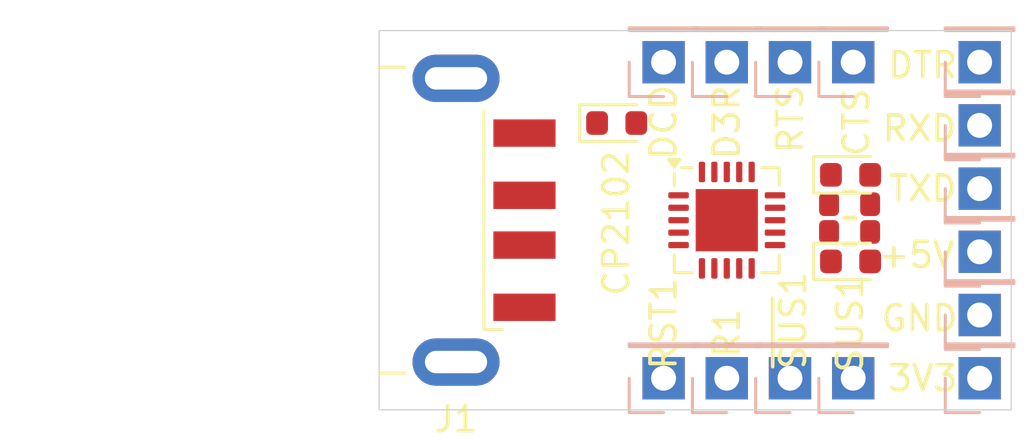
<source format=kicad_pcb>
(kicad_pcb (version 20241229) (generator "pcbnew") (generator_version "9.0")
  (layers (0 "F.Cu" signal) (2 "B.Cu" signal) (13 "F.Paste" user) (15 "B.Paste" user) (5 "F.SilkS" user "F.Silkscreen") (7 "B.SilkS" user "B.Silkscreen") (1 "F.Mask" user) (3 "B.Mask" user) (25 "Edge.Cuts" user))
  (net 0 "")
  (net 12 "Net-(CP2102-GND-Pad12)")
  (footprint "Package_DFN_QFN:QFN-20-1EP_4x4mm_P0.5mm_EP2.5x2.5mm" (layer "F.Cu") (at 64.77 58.42)
    (property "Reference" "CP2102" (at -4.443 0.127 90) (layer "F.SilkS"))
    (property "Value" "CP2102")
    (fp_line (start -2.11 -1.385) (end -2.11 -1.87) (stroke (width 0.12)) (layer "F.SilkS"))
    (fp_line (start -2.11 2.11) (end -2.11 1.385) (stroke (width 0.12)) (layer "F.SilkS"))
    (fp_line (start -1.385 -2.11) (end -1.81 -2.11) (stroke (width 0.12)) (layer "F.SilkS"))
    (fp_line (start -1.385 2.11) (end -2.11 2.11) (stroke (width 0.12)) (layer "F.SilkS"))
    (fp_line (start 1.385 -2.11) (end 2.11 -2.11) (stroke (width 0.12)) (layer "F.SilkS"))
    (fp_line (start 1.385 2.11) (end 2.11 2.11) (stroke (width 0.12)) (layer "F.SilkS"))
    (fp_line (start 2.11 -2.11) (end 2.11 -1.385) (stroke (width 0.12)) (layer "F.SilkS"))
    (fp_line (start 2.11 2.11) (end 2.11 1.385) (stroke (width 0.12)) (layer "F.SilkS"))
    (fp_poly (pts (xy -2.11 -2.11) (xy -2.35 -2.44) (xy -1.87 -2.44)) (stroke (width 0.12)) (fill yes) (layer "F.SilkS"))
    (pad "1" smd roundrect (at -1.9375 -1) (size 0.825 0.25) (layers "F.Cu" "F.Mask" "F.Paste"))
    (pad "2" smd roundrect (at -1.9375 -0.5) (size 0.825 0.25) (layers "F.Cu" "F.Mask" "F.Paste"))
    (pad "3" smd roundrect (at -1.9375 0) (size 0.825 0.25) (layers "F.Cu" "F.Mask" "F.Paste") (net 12 "Net-(CP2102-GND-Pad12)"))
    (pad "4" smd roundrect (at -1.9375 0.5) (size 0.825 0.25) (layers "F.Cu" "F.Mask" "F.Paste"))
    (pad "5" smd roundrect (at -1.9375 1) (size 0.825 0.25) (layers "F.Cu" "F.Mask" "F.Paste"))
    (pad "6" smd roundrect (at -1 1.9375) (size 0.25 0.825) (layers "F.Cu" "F.Mask" "F.Paste"))
    (pad "7" smd roundrect (at -0.5 1.9375) (size 0.25 0.825) (layers "F.Cu" "F.Mask" "F.Paste"))
    (pad "8" smd roundrect (at 0 1.9375) (size 0.25 0.825) (layers "F.Cu" "F.Mask" "F.Paste"))
    (pad "9" smd roundrect (at 0.5 1.9375) (size 0.25 0.825) (layers "F.Cu" "F.Mask" "F.Paste"))
    (pad "10" smd roundrect (at 1 1.9375) (size 0.25 0.825) (layers "F.Cu" "F.Mask" "F.Paste"))
    (pad "11" smd roundrect (at 1.9375 1) (size 0.825 0.25) (layers "F.Cu" "F.Mask" "F.Paste"))
    (pad "12" smd roundrect (at 1.9375 0.5) (size 0.825 0.25) (layers "F.Cu" "F.Mask" "F.Paste") (net 12 "Net-(CP2102-GND-Pad12)"))
    (pad "13" smd roundrect (at 1.9375 0) (size 0.825 0.25) (layers "F.Cu" "F.Mask" "F.Paste"))
    (pad "14" smd roundrect (at 1.9375 -0.5) (size 0.825 0.25) (layers "F.Cu" "F.Mask" "F.Paste"))
    (pad "15" smd roundrect (at 1.9375 -1) (size 0.825 0.25) (layers "F.Cu" "F.Mask" "F.Paste"))
    (pad "16" smd roundrect (at 1 -1.9375) (size 0.25 0.825) (layers "F.Cu" "F.Mask" "F.Paste"))
    (pad "17" smd roundrect (at 0.5 -1.9375) (size 0.25 0.825) (layers "F.Cu" "F.Mask" "F.Paste"))
    (pad "18" smd roundrect (at 0 -1.9375) (size 0.25 0.825) (layers "F.Cu" "F.Mask" "F.Paste"))
    (pad "19" smd roundrect (at -0.5 -1.9375) (size 0.25 0.825) (layers "F.Cu" "F.Mask" "F.Paste"))
    (pad "20" smd roundrect (at -1 -1.9375) (size 0.25 0.825) (layers "F.Cu" "F.Mask" "F.Paste"))
    (pad "21" smd rect (at 0 0) (size 2.5 2.5) (property pad_prop_heatsink) (layers "F.Cu" "F.Mask") (net 12 "Net-(CP2102-GND-Pad12)"))
  )
  (footprint "Resistor_SMD:R_0603_1608Metric" (layer "F.Cu") (at 69.704 57.778)
    (property "Reference" "R2" (hide yes))
    (property "Value" "R" (hide yes))
    (fp_line (start -0.237258 -0.5225) (end 0.237258 -0.5225) (stroke (width 0.12)) (layer "F.SilkS"))
    (fp_line (start -0.237258 0.5225) (end 0.237258 0.5225) (stroke (width 0.12)) (layer "F.SilkS"))
    (pad "1" smd roundrect (at -0.825 0) (size 0.8 0.95) (layers "F.Cu" "F.Mask" "F.Paste"))
    (pad "2" smd roundrect (at 0.825 0) (size 0.8 0.95) (layers "F.Cu" "F.Mask" "F.Paste"))
  )
  (footprint "LED_SMD:LED_0603_1608Metric" (layer "F.Cu") (at 69.744 56.598)
    (property "Reference" "D2" (hide yes))
    (property "Value" "LED" (hide yes))
    (fp_line (start -1.485 -0.735) (end -1.485 0.735) (stroke (width 0.12)) (layer "F.SilkS"))
    (fp_line (start -1.485 0.735) (end 0.8 0.735) (stroke (width 0.12)) (layer "F.SilkS"))
    (fp_line (start 0.8 -0.735) (end -1.485 -0.735) (stroke (width 0.12)) (layer "F.SilkS"))
    (pad "1" smd roundrect (at -0.7875 0) (size 0.875 0.95) (layers "F.Cu" "F.Mask" "F.Paste"))
    (pad "2" smd roundrect (at 0.7875 0) (size 0.875 0.95) (layers "F.Cu" "F.Mask" "F.Paste"))
  )
  (footprint "Connector_USB:USB_A_CNCTech_1001-011-01101_Horizontal" (layer "F.Cu") (at 46.99 58.42 180)
    (property "Reference" "J1" (at -6.9 -8 0) (layer "F.SilkS"))
    (property "Value" "USB_A")
    (fp_line (start -4.85 6.145) (end -3.8 6.145) (stroke (width 0.12)) (layer "F.SilkS"))
    (fp_line (start -4.85 -6.145) (end -3.8 -6.145) (stroke (width 0.12)) (layer "F.SilkS"))
    (fp_line (start -8.02 -4.4) (end -8.02 4.4) (stroke (width 0.12)) (layer "F.SilkS"))
    (fp_line (start -8.02 -4.4) (end -8.775 -4.4) (stroke (width 0.12)) (layer "F.SilkS"))
    (pad "" np_thru_hole circle (at -6.9 -2.3 180) (size 1.1 1.1) (drill 1.1) (layers "*.Cu" "*.Mask"))
    (pad "" np_thru_hole circle (at -6.9 2.3 180) (size 1.1 1.1) (drill 1.1) (layers "*.Cu" "*.Mask"))
    (pad "1" smd rect (at -9.65 -3.5 180) (size 2.5 1.1) (layers "F.Cu" "F.Mask" "F.Paste"))
    (pad "2" smd rect (at -9.65 -1 180) (size 2.5 1.1) (layers "F.Cu" "F.Mask" "F.Paste"))
    (pad "3" smd rect (at -9.65 1 180) (size 2.5 1.1) (layers "F.Cu" "F.Mask" "F.Paste"))
    (pad "4" smd rect (at -9.65 3.5 180) (size 2.5 1.1) (layers "F.Cu" "F.Mask" "F.Paste"))
    (pad "5" thru_hole oval (at -6.9 -5.7 180) (size 3.5 1.9) (drill oval 2.5 0.9) (property pad_prop_heatsink) (layers "*.Cu" "*.Mask"))
    (pad "5" thru_hole oval (at -6.9 5.7 180) (size 3.5 1.9) (drill oval 2.5 0.9) (property pad_prop_heatsink) (layers "*.Cu" "*.Mask"))
  )
  (footprint "LED_SMD:LED_0603_1608Metric" (layer "F.Cu") (at 69.744 60.077)
    (property "Reference" "D3" (hide yes))
    (property "Value" "LED" (hide yes))
    (fp_line (start -1.485 -0.735) (end -1.485 0.735) (stroke (width 0.12)) (layer "F.SilkS"))
    (fp_line (start -1.485 0.735) (end 0.8 0.735) (stroke (width 0.12)) (layer "F.SilkS"))
    (fp_line (start 0.8 -0.735) (end -1.485 -0.735) (stroke (width 0.12)) (layer "F.SilkS"))
    (pad "1" smd roundrect (at -0.7875 0) (size 0.875 0.95) (layers "F.Cu" "F.Mask" "F.Paste"))
    (pad "2" smd roundrect (at 0.7875 0) (size 0.875 0.95) (layers "F.Cu" "F.Mask" "F.Paste"))
  )
  (footprint "Resistor_SMD:R_0603_1608Metric" (layer "F.Cu") (at 69.704 58.891)
    (property "Reference" "R3" (hide yes))
    (property "Value" "R" (hide yes))
    (fp_line (start -0.237258 -0.5225) (end 0.237258 -0.5225) (stroke (width 0.12)) (layer "F.SilkS"))
    (fp_line (start -0.237258 0.5225) (end 0.237258 0.5225) (stroke (width 0.12)) (layer "F.SilkS"))
    (pad "1" smd roundrect (at -0.825 0) (size 0.8 0.95) (layers "F.Cu" "F.Mask" "F.Paste"))
    (pad "2" smd roundrect (at 0.825 0) (size 0.8 0.95) (layers "F.Cu" "F.Mask" "F.Paste"))
  )
  (footprint "LED_SMD:LED_0603_1608Metric" (layer "F.Cu") (at 60.346 54.516)
    (property "Reference" "D1" (hide yes))
    (property "Value" "LED" (hide yes))
    (fp_line (start -1.485 -0.735) (end -1.485 0.735) (stroke (width 0.12)) (layer "F.SilkS"))
    (fp_line (start -1.485 0.735) (end 0.8 0.735) (stroke (width 0.12)) (layer "F.SilkS"))
    (fp_line (start 0.8 -0.735) (end -1.485 -0.735) (stroke (width 0.12)) (layer "F.SilkS"))
    (pad "1" smd roundrect (at -0.7875 0) (size 0.875 0.95) (layers "F.Cu" "F.Mask" "F.Paste"))
    (pad "2" smd roundrect (at 0.7875 0) (size 0.875 0.95) (layers "F.Cu" "F.Mask" "F.Paste"))
  )
  (footprint "Connector_PinHeader_2.54mm:PinHeader_1x01_P2.54mm_Vertical" (layer "B.Cu") (at 62.23 52.07)
    (property "Reference" "DCD1" (hide yes))
    (property "Value" "Conn_01x01" (hide yes))
    (fp_line (start -1.38 -1.38) (end 1.38 -1.38) (stroke (width 0.12)) (layer "B.SilkS"))
    (fp_line (start -1.38 -1.27) (end -1.38 -1.38) (stroke (width 0.12)) (layer "B.SilkS"))
    (fp_line (start -1.38 -1.27) (end 1.38 -1.27) (stroke (width 0.12)) (layer "B.SilkS"))
    (fp_line (start -1.38 0) (end -1.38 1.38) (stroke (width 0.12)) (layer "B.SilkS"))
    (fp_line (start -1.38 1.38) (end 0 1.38) (stroke (width 0.12)) (layer "B.SilkS"))
    (fp_line (start 1.38 -1.27) (end 1.38 -1.38) (stroke (width 0.12)) (layer "B.SilkS"))
    (pad "1" thru_hole rect (at 0 0) (size 1.7 1.7) (drill 1) (layers "*.Cu" "*.Mask"))
  )
  (footprint "Connector_PinHeader_2.54mm:PinHeader_1x01_P2.54mm_Vertical" (layer "B.Cu") (at 74.93 62.23)
    (property "Reference" "GND1" (hide yes))
    (property "Value" "Conn_01x01" (hide yes))
    (fp_line (start -1.38 -1.38) (end 1.38 -1.38) (stroke (width 0.12)) (layer "B.SilkS"))
    (fp_line (start -1.38 -1.27) (end -1.38 -1.38) (stroke (width 0.12)) (layer "B.SilkS"))
    (fp_line (start -1.38 -1.27) (end 1.38 -1.27) (stroke (width 0.12)) (layer "B.SilkS"))
    (fp_line (start -1.38 0) (end -1.38 1.38) (stroke (width 0.12)) (layer "B.SilkS"))
    (fp_line (start -1.38 1.38) (end 0 1.38) (stroke (width 0.12)) (layer "B.SilkS"))
    (fp_line (start 1.38 -1.27) (end 1.38 -1.38) (stroke (width 0.12)) (layer "B.SilkS"))
    (pad "1" thru_hole rect (at 0 0) (size 1.7 1.7) (drill 1) (layers "*.Cu" "*.Mask"))
  )
  (footprint "Connector_PinHeader_2.54mm:PinHeader_1x01_P2.54mm_Vertical" (layer "B.Cu") (at 64.77 64.77)
    (property "Reference" "R1" (at 0 -1.811 90) (layer "F.SilkS"))
    (property "Value" "Conn_01x01")
    (fp_line (start -1.38 -1.38) (end 1.38 -1.38) (stroke (width 0.12)) (layer "B.SilkS"))
    (fp_line (start -1.38 -1.27) (end -1.38 -1.38) (stroke (width 0.12)) (layer "B.SilkS"))
    (fp_line (start -1.38 -1.27) (end 1.38 -1.27) (stroke (width 0.12)) (layer "B.SilkS"))
    (fp_line (start -1.38 0) (end -1.38 1.38) (stroke (width 0.12)) (layer "B.SilkS"))
    (fp_line (start -1.38 1.38) (end 0 1.38) (stroke (width 0.12)) (layer "B.SilkS"))
    (fp_line (start 1.38 -1.27) (end 1.38 -1.38) (stroke (width 0.12)) (layer "B.SilkS"))
    (pad "1" thru_hole rect (at 0 0) (size 1.7 1.7) (drill 1) (layers "*.Cu" "*.Mask"))
  )
  (footprint "Connector_PinHeader_2.54mm:PinHeader_1x01_P2.54mm_Vertical" (layer "B.Cu") (at 74.93 54.61)
    (property "Reference" "RXD1" (hide yes))
    (property "Value" "Conn_01x01" (hide yes))
    (fp_line (start -1.38 -1.38) (end 1.38 -1.38) (stroke (width 0.12)) (layer "B.SilkS"))
    (fp_line (start -1.38 -1.27) (end -1.38 -1.38) (stroke (width 0.12)) (layer "B.SilkS"))
    (fp_line (start -1.38 -1.27) (end 1.38 -1.27) (stroke (width 0.12)) (layer "B.SilkS"))
    (fp_line (start -1.38 0) (end -1.38 1.38) (stroke (width 0.12)) (layer "B.SilkS"))
    (fp_line (start -1.38 1.38) (end 0 1.38) (stroke (width 0.12)) (layer "B.SilkS"))
    (fp_line (start 1.38 -1.27) (end 1.38 -1.38) (stroke (width 0.12)) (layer "B.SilkS"))
    (pad "1" thru_hole rect (at 0 0) (size 1.7 1.7) (drill 1) (layers "*.Cu" "*.Mask"))
  )
  (footprint "Connector_PinHeader_2.54mm:PinHeader_1x01_P2.54mm_Vertical" (layer "B.Cu") (at 62.23 64.77)
    (property "Reference" "RST1" (at 0 -2.192 90) (layer "F.SilkS"))
    (property "Value" "Conn_01x01")
    (fp_line (start -1.38 -1.38) (end 1.38 -1.38) (stroke (width 0.12)) (layer "B.SilkS"))
    (fp_line (start -1.38 -1.27) (end -1.38 -1.38) (stroke (width 0.12)) (layer "B.SilkS"))
    (fp_line (start -1.38 -1.27) (end 1.38 -1.27) (stroke (width 0.12)) (layer "B.SilkS"))
    (fp_line (start -1.38 0) (end -1.38 1.38) (stroke (width 0.12)) (layer "B.SilkS"))
    (fp_line (start -1.38 1.38) (end 0 1.38) (stroke (width 0.12)) (layer "B.SilkS"))
    (fp_line (start 1.38 -1.27) (end 1.38 -1.38) (stroke (width 0.12)) (layer "B.SilkS"))
    (pad "1" thru_hole rect (at 0 0) (size 1.7 1.7) (drill 1) (layers "*.Cu" "*.Mask"))
  )
  (footprint "Connector_PinHeader_2.54mm:PinHeader_1x01_P2.54mm_Vertical" (layer "B.Cu") (at 74.93 57.15)
    (property "Reference" "TXD1" (hide yes))
    (property "Value" "Conn_01x01" (hide yes))
    (fp_line (start -1.38 -1.38) (end 1.38 -1.38) (stroke (width 0.12)) (layer "B.SilkS"))
    (fp_line (start -1.38 -1.27) (end -1.38 -1.38) (stroke (width 0.12)) (layer "B.SilkS"))
    (fp_line (start -1.38 -1.27) (end 1.38 -1.27) (stroke (width 0.12)) (layer "B.SilkS"))
    (fp_line (start -1.38 0) (end -1.38 1.38) (stroke (width 0.12)) (layer "B.SilkS"))
    (fp_line (start -1.38 1.38) (end 0 1.38) (stroke (width 0.12)) (layer "B.SilkS"))
    (fp_line (start 1.38 -1.27) (end 1.38 -1.38) (stroke (width 0.12)) (layer "B.SilkS"))
    (pad "1" thru_hole rect (at 0 0) (size 1.7 1.7) (drill 1) (layers "*.Cu" "*.Mask"))
  )
  (footprint "Connector_PinHeader_2.54mm:PinHeader_1x01_P2.54mm_Vertical" (layer "B.Cu") (at 69.85 52.07)
    (property "Reference" "CTS1" (hide yes))
    (property "Value" "Conn_01x01" (hide yes))
    (fp_line (start -1.38 -1.38) (end 1.38 -1.38) (stroke (width 0.12)) (layer "B.SilkS"))
    (fp_line (start -1.38 -1.27) (end -1.38 -1.38) (stroke (width 0.12)) (layer "B.SilkS"))
    (fp_line (start -1.38 -1.27) (end 1.38 -1.27) (stroke (width 0.12)) (layer "B.SilkS"))
    (fp_line (start -1.38 0) (end -1.38 1.38) (stroke (width 0.12)) (layer "B.SilkS"))
    (fp_line (start -1.38 1.38) (end 0 1.38) (stroke (width 0.12)) (layer "B.SilkS"))
    (fp_line (start 1.38 -1.27) (end 1.38 -1.38) (stroke (width 0.12)) (layer "B.SilkS"))
    (pad "1" thru_hole rect (at 0 0) (size 1.7 1.7) (drill 1) (layers "*.Cu" "*.Mask"))
  )
  (footprint "Connector_PinHeader_2.54mm:PinHeader_1x01_P2.54mm_Vertical" (layer "B.Cu") (at 69.85 64.77)
    (property "Reference" "SUS1" (at -0.127 -2.192 90) (layer "F.SilkS"))
    (property "Value" "Conn_01x01")
    (fp_line (start -1.38 -1.38) (end 1.38 -1.38) (stroke (width 0.12)) (layer "B.SilkS"))
    (fp_line (start -1.38 -1.27) (end -1.38 -1.38) (stroke (width 0.12)) (layer "B.SilkS"))
    (fp_line (start -1.38 -1.27) (end 1.38 -1.27) (stroke (width 0.12)) (layer "B.SilkS"))
    (fp_line (start -1.38 0) (end -1.38 1.38) (stroke (width 0.12)) (layer "B.SilkS"))
    (fp_line (start -1.38 1.38) (end 0 1.38) (stroke (width 0.12)) (layer "B.SilkS"))
    (fp_line (start 1.38 -1.27) (end 1.38 -1.38) (stroke (width 0.12)) (layer "B.SilkS"))
    (pad "1" thru_hole rect (at 0 0) (size 1.7 1.7) (drill 1) (layers "*.Cu" "*.Mask"))
  )
  (footprint "Connector_PinHeader_2.54mm:PinHeader_1x01_P2.54mm_Vertical" (layer "B.Cu") (at 67.31 52.07)
    (property "Reference" "RTS1" (hide yes))
    (property "Value" "Conn_01x01" (hide yes))
    (fp_line (start -1.38 -1.38) (end 1.38 -1.38) (stroke (width 0.12)) (layer "B.SilkS"))
    (fp_line (start -1.38 -1.27) (end -1.38 -1.38) (stroke (width 0.12)) (layer "B.SilkS"))
    (fp_line (start -1.38 -1.27) (end 1.38 -1.27) (stroke (width 0.12)) (layer "B.SilkS"))
    (fp_line (start -1.38 0) (end -1.38 1.38) (stroke (width 0.12)) (layer "B.SilkS"))
    (fp_line (start -1.38 1.38) (end 0 1.38) (stroke (width 0.12)) (layer "B.SilkS"))
    (fp_line (start 1.38 -1.27) (end 1.38 -1.38) (stroke (width 0.12)) (layer "B.SilkS"))
    (pad "1" thru_hole rect (at 0 0) (size 1.7 1.7) (drill 1) (layers "*.Cu" "*.Mask"))
  )
  (footprint "Connector_PinHeader_2.54mm:PinHeader_1x01_P2.54mm_Vertical" (layer "B.Cu") (at 64.77 52.07)
    (property "Reference" "D3R1" (hide yes))
    (property "Value" "Conn_01x01" (hide yes))
    (fp_line (start -1.38 -1.38) (end 1.38 -1.38) (stroke (width 0.12)) (layer "B.SilkS"))
    (fp_line (start -1.38 -1.27) (end -1.38 -1.38) (stroke (width 0.12)) (layer "B.SilkS"))
    (fp_line (start -1.38 -1.27) (end 1.38 -1.27) (stroke (width 0.12)) (layer "B.SilkS"))
    (fp_line (start -1.38 0) (end -1.38 1.38) (stroke (width 0.12)) (layer "B.SilkS"))
    (fp_line (start -1.38 1.38) (end 0 1.38) (stroke (width 0.12)) (layer "B.SilkS"))
    (fp_line (start 1.38 -1.27) (end 1.38 -1.38) (stroke (width 0.12)) (layer "B.SilkS"))
    (pad "1" thru_hole rect (at 0 0) (size 1.7 1.7) (drill 1) (layers "*.Cu" "*.Mask"))
  )
  (footprint "Connector_PinHeader_2.54mm:PinHeader_1x01_P2.54mm_Vertical" (layer "B.Cu") (at 74.93 59.69)
    (property "Reference" "+5V1" (hide yes))
    (property "Value" "Conn_01x01" (hide yes))
    (fp_line (start -1.38 -1.38) (end 1.38 -1.38) (stroke (width 0.12)) (layer "B.SilkS"))
    (fp_line (start -1.38 -1.27) (end -1.38 -1.38) (stroke (width 0.12)) (layer "B.SilkS"))
    (fp_line (start -1.38 -1.27) (end 1.38 -1.27) (stroke (width 0.12)) (layer "B.SilkS"))
    (fp_line (start -1.38 0) (end -1.38 1.38) (stroke (width 0.12)) (layer "B.SilkS"))
    (fp_line (start -1.38 1.38) (end 0 1.38) (stroke (width 0.12)) (layer "B.SilkS"))
    (fp_line (start 1.38 -1.27) (end 1.38 -1.38) (stroke (width 0.12)) (layer "B.SilkS"))
    (pad "1" thru_hole rect (at 0 0) (size 1.7 1.7) (drill 1) (layers "*.Cu" "*.Mask"))
  )
  (footprint "Connector_PinHeader_2.54mm:PinHeader_1x01_P2.54mm_Vertical" (layer "B.Cu") (at 74.93 64.77)
    (property "Reference" "3V3" (hide yes))
    (property "Value" "Conn_01x01" (hide yes))
    (fp_line (start -1.38 -1.38) (end 1.38 -1.38) (stroke (width 0.12)) (layer "B.SilkS"))
    (fp_line (start -1.38 -1.27) (end -1.38 -1.38) (stroke (width 0.12)) (layer "B.SilkS"))
    (fp_line (start -1.38 -1.27) (end 1.38 -1.27) (stroke (width 0.12)) (layer "B.SilkS"))
    (fp_line (start -1.38 0) (end -1.38 1.38) (stroke (width 0.12)) (layer "B.SilkS"))
    (fp_line (start -1.38 1.38) (end 0 1.38) (stroke (width 0.12)) (layer "B.SilkS"))
    (fp_line (start 1.38 -1.27) (end 1.38 -1.38) (stroke (width 0.12)) (layer "B.SilkS"))
    (pad "1" thru_hole rect (at 0 0) (size 1.7 1.7) (drill 1) (layers "*.Cu" "*.Mask"))
  )
  (footprint "Connector_PinHeader_2.54mm:PinHeader_1x01_P2.54mm_Vertical" (layer "B.Cu") (at 74.93 52.07)
    (property "Reference" "DTR1" (hide yes))
    (property "Value" "Conn_01x01" (hide yes))
    (fp_line (start -1.38 -1.38) (end 1.38 -1.38) (stroke (width 0.12)) (layer "B.SilkS"))
    (fp_line (start -1.38 -1.27) (end -1.38 -1.38) (stroke (width 0.12)) (layer "B.SilkS"))
    (fp_line (start -1.38 -1.27) (end 1.38 -1.27) (stroke (width 0.12)) (layer "B.SilkS"))
    (fp_line (start -1.38 0) (end -1.38 1.38) (stroke (width 0.12)) (layer "B.SilkS"))
    (fp_line (start -1.38 1.38) (end 0 1.38) (stroke (width 0.12)) (layer "B.SilkS"))
    (fp_line (start 1.38 -1.27) (end 1.38 -1.38) (stroke (width 0.12)) (layer "B.SilkS"))
    (pad "1" thru_hole rect (at 0 0) (size 1.7 1.7) (drill 1) (layers "*.Cu" "*.Mask"))
  )
  (footprint "Connector_PinHeader_2.54mm:PinHeader_1x01_P2.54mm_Vertical" (layer "B.Cu") (at 67.31 64.77)
    (property "Reference" "~{SUS}1" (at 0.127 -2.319 90) (layer "F.SilkS"))
    (property "Value" "Conn_01x01")
    (fp_line (start -1.38 -1.38) (end 1.38 -1.38) (stroke (width 0.12)) (layer "B.SilkS"))
    (fp_line (start -1.38 -1.27) (end -1.38 -1.38) (stroke (width 0.12)) (layer "B.SilkS"))
    (fp_line (start -1.38 -1.27) (end 1.38 -1.27) (stroke (width 0.12)) (layer "B.SilkS"))
    (fp_line (start -1.38 0) (end -1.38 1.38) (stroke (width 0.12)) (layer "B.SilkS"))
    (fp_line (start -1.38 1.38) (end 0 1.38) (stroke (width 0.12)) (layer "B.SilkS"))
    (fp_line (start 1.38 -1.27) (end 1.38 -1.38) (stroke (width 0.12)) (layer "B.SilkS"))
    (pad "1" thru_hole rect (at 0 0) (size 1.7 1.7) (drill 1) (layers "*.Cu" "*.Mask"))
  )
  (gr_rect (start 50.8 50.8) (end 76.2 66.04) (stroke (width 0.05)) (fill no) (layer "Edge.Cuts"))
  (gr_text "+5V" (at 72.39 59.817 0) (layer "F.SilkS") (effects (font (size 1 1))))
  (gr_text "3V3" (at 72.644 64.77 0) (layer "F.SilkS") (effects (font (size 1 1))))
  (gr_text "RXD" (at 72.517 54.737 0) (layer "F.SilkS") (effects (font (size 1 1))))
  (gr_text "CTS" (at 69.977 54.483 90) (layer "F.SilkS") (effects (font (size 1 1))))
  (gr_text "RTS" (at 67.31 54.356 90) (layer "F.SilkS") (effects (font (size 1 1))))
  (gr_text "DCD" (at 62.23 54.483 90) (layer "F.SilkS") (effects (font (size 1 1))))
  (gr_text "TXD" (at 72.644 57.15 0) (layer "F.SilkS") (effects (font (size 1 1))))
  (gr_text "DTR" (at 72.644 52.197 0) (layer "F.SilkS") (effects (font (size 1 1))))
  (gr_text "GND" (at 72.517 62.357 0) (layer "F.SilkS") (effects (font (size 1 1))))
  (gr_text "D3R" (at 64.77 54.483 90) (layer "F.SilkS") (effects (font (size 1 1))))
)
</source>
